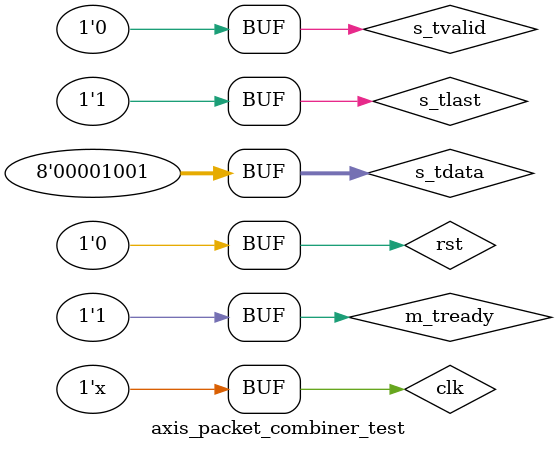
<source format=v>
`timescale 1ns / 100ps


module axis_packet_combiner_test (   );
    localparam DATA_WIDTH = 8;
    localparam PACKETS_PER_PACKET = 3;

    // CLK & RST
    reg clk;
    reg rst;
        
    // AXIS Slave
    reg[DATA_WIDTH-1:0]   s_tdata;
    reg                   s_tvalid;
    reg                   s_tlast;
    wire                  s_tready;
    // AXIS Master
    wire[DATA_WIDTH-1:0]  m_tdata;
    wire                  m_tvalid;
    wire                  m_tlast;
    reg                   m_tready;
        
    axis_packet_combiner #(
        .AXIS_TDATA_WIDTH(DATA_WIDTH),
        .PACKETS_PER_PACKET(PACKETS_PER_PACKET),
        .DISCARD_FIRST_PACKET(0)
    ) DUT (
        .axis_aclk(clk),
        .axis_aresetn(~rst),
            
        // AXI-Stream
        .s_axis_tdata(s_tdata), 
        .s_axis_tvalid(s_tvalid),
        .s_axis_tready(s_tready),
        .s_axis_tlast(s_tlast),
        
        .m_axis_tdata(m_tdata), 
        .m_axis_tvalid(m_tvalid),
        .m_axis_tready(m_tready),
        .m_axis_tlast(m_tlast)        
       
    );
        
    initial begin
        // TEST 1: 3 3-value packets combined into 1 9-value packet
        // init
        clk = 1;
        rst = 1;
        
        s_tlast <= 0;
        s_tdata <= 255;
        s_tvalid <= 0;
        m_tready = 1;
                    
        // un-reset
        #20 rst = 0;

        // we assume 3 vals per input packet
        // send the two last values of a partial packet
        #60
        s_tdata <= 2;
        s_tvalid <= 1;
        s_tlast <= 0;
        #20 s_tvalid <= 0;
        #60        
        s_tdata <= 3;
        s_tvalid <= 1;
        s_tlast <= 1;
        #20 s_tvalid <= 0;

        // Now send complete packet 1
        #60        
        s_tdata <= 11;
        s_tvalid <= 1;
        s_tlast <= 0;
        #20 s_tvalid <= 0;
        #60        
        s_tdata <= 12;
        s_tvalid <= 1;
        s_tlast <= 0;
        #20 s_tvalid <= 0;
        #60        
        s_tdata <= 13;
        s_tvalid <= 1;
        s_tlast <= 1;
        #20 s_tvalid <= 0;

        // Now send complete packet 2
        #60        
        s_tdata <= 21;
        s_tvalid <= 1;
        s_tlast <= 0;
        #20 s_tvalid <= 0;
        #60        
        s_tdata <= 22;
        s_tvalid <= 1;
        s_tlast <= 0;
        #20 s_tvalid <= 0;
        #60        
        s_tdata <= 23;
        s_tvalid <= 1;
        s_tlast <= 1;
        #20 s_tvalid <= 0;

        // Now send complete packet 3
        #60        
        s_tdata <= 31;
        s_tvalid <= 1;
        s_tlast <= 0;
        #20 s_tvalid <= 0;
        #60        
        s_tdata <= 32;
        s_tvalid <= 1;
        s_tlast <= 0;
        #20 s_tvalid <= 0;
        #60        
        s_tdata <= 33;
        s_tvalid <= 1;
        s_tlast <= 1;
        #20 s_tvalid <= 0;

        // Now send compelte packet 4, output packet 2
        #60        
        s_tdata <= 41;
        s_tvalid <= 1;
        s_tlast <= 0;
        #20 s_tvalid <= 0;
        #60        
        s_tdata <= 42;
        s_tvalid <= 1;
        s_tlast <= 0;
        #20 s_tvalid <= 0;
        #60        
        s_tdata <= 43;
        s_tvalid <= 1;
        s_tlast <= 1;
        #20 s_tvalid <= 0;
        // Done
        
        // TEST 2: Again 3x3 to 1x9, Full-Speed
        // init
        rst = 1;
        
        s_tlast <= 0;
        s_tdata <= 255;
        s_tvalid <= 0;
        m_tready = 1;
                    
        // un-reset
        #80 rst = 0;

        // we assume 3 vals per input packet
        // send the two last values of a partial packet
        #20
        s_tdata <= 2;
        s_tvalid <= 1;
        s_tlast <= 0;
        #20        
        s_tdata <= 3;
        s_tlast <= 1;

        // Now send complete packet 1
        #20        
        s_tdata <= 11;
        s_tlast <= 0;
        #20        
        s_tdata <= 12;
        #20        
        s_tdata <= 13;
        s_tlast <= 1;

        // Now send complete packet 1
        #20        
        s_tdata <= 21;
        s_tlast <= 0;
        #20        
        s_tdata <= 22;
        #20        
        s_tdata <= 23;
        s_tlast <= 1;

        // Now send complete packet 1
        #20        
        s_tdata <= 31;
        s_tlast <= 0;
        #20        
        s_tdata <= 32;
        #20        
        s_tdata <= 33;
        s_tlast <= 1;

        // Now send complete packet 1
        #20        
        s_tdata <= 41;
        s_tlast <= 0;
        #20        
        s_tdata <= 42;
        #20        
        s_tdata <= 43;
        s_tlast <= 1;
        // Done
        
        // TEST 3: packet-size = 1 (TLAST tied 1)
        // init
        rst = 1;
        
        s_tlast <= 1;
        s_tdata <= 255;
        s_tvalid <= 0;
        m_tready = 1;
                    
        // un-reset
        #80 rst = 0;

        // send 1 value packets, first is ignored (the core can't know that packet length = 1 and synced will only go high _after_ first TLAST
        #60
        s_tdata <= 0;
        s_tvalid <= 1;
        #20 s_tvalid <= 0;
        #60
        s_tdata <= 1;
        s_tvalid <= 1;
        #20 s_tvalid <= 0;
        #60        
        s_tdata <= 2;
        s_tvalid <= 1;
        #20 s_tvalid <= 0;
        #60        
        s_tdata <= 3;
        s_tvalid <= 1;
        #20 s_tvalid <= 0;
        #60        
        s_tdata <= 4;
        s_tvalid <= 1;
        #20 s_tvalid <= 0;
        #60        
        s_tdata <= 5;
        s_tvalid <= 1;
        #20 s_tvalid <= 0;
        #60        
        s_tdata <= 6;
        s_tvalid <= 1;
        #20 s_tvalid <= 0;
        #60        
        s_tdata <= 7;
        s_tvalid <= 1;
        #20 s_tvalid <= 0;
        #60        
        s_tdata <= 8;
        s_tvalid <= 1;
        #20 s_tvalid <= 0;
        #60        
        s_tdata <= 9;
        s_tvalid <= 1;
        #20 s_tvalid <= 0;
        // Done
        
        // TEST 4: packet-size = 1, Full-Speed
        // init
        rst = 1;
        
        s_tlast <= 1;
        s_tdata <= 255;
        s_tvalid <= 0;
        m_tready = 1;
                    
        // un-reset
        #80 rst = 0;

        // send 1 value packets
        s_tvalid <= 1;
        s_tdata <= 0;
        #20 s_tdata <= 1;
        #20 s_tdata <= 2;
        #20 s_tdata <= 3;
        #20 s_tdata <= 4;
        #20 s_tdata <= 5;
        #20 s_tdata <= 6;
        #20 s_tdata <= 7;
        #20 s_tdata <= 8;
        #20 s_tdata <= 9;
        
        #20 s_tvalid = 0;
        // Done        
    end
    
    // Generate CLK 100 MHz
    always
    begin
        #10
        clk = ~clk;
    end
endmodule

</source>
